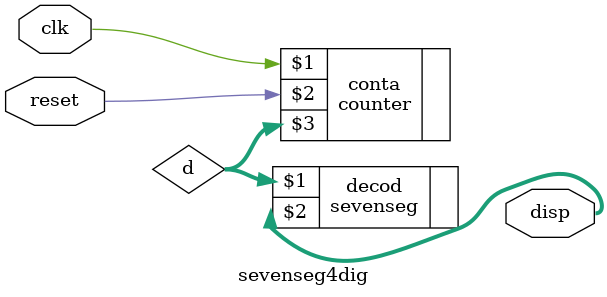
<source format=sv>
module sevenseg4dig(input logic clk,

	input logic reset,

	output logic [6:0] disp);

	logic [3:0] d;
	counter conta(clk,reset,d);
	
	sevenseg decod(d,disp);
	
endmodule
</source>
